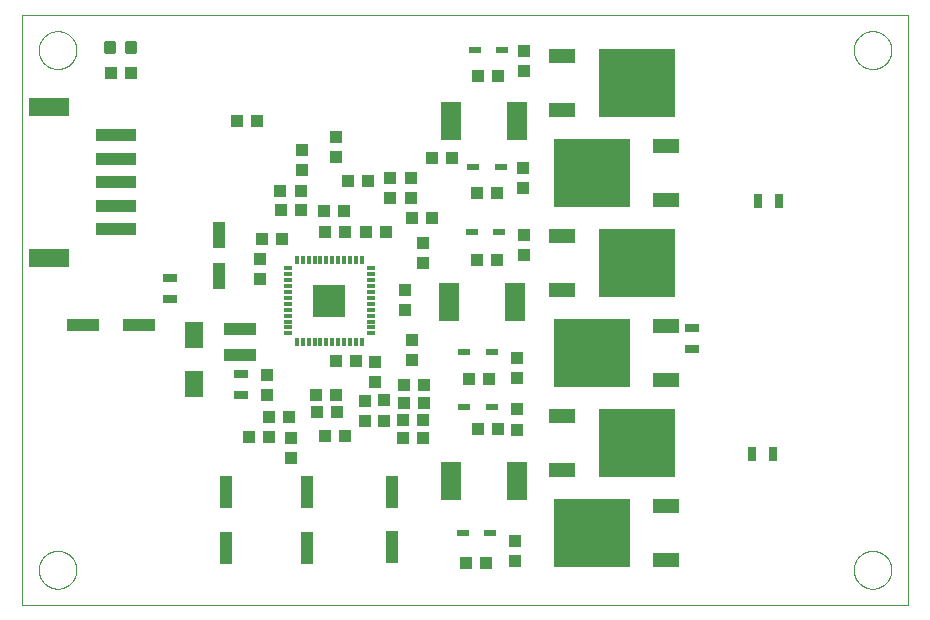
<source format=gtp>
G75*
%MOIN*%
%OFA0B0*%
%FSLAX25Y25*%
%IPPOS*%
%LPD*%
%AMOC8*
5,1,8,0,0,1.08239X$1,22.5*
%
%ADD10C,0.00000*%
%ADD11R,0.03937X0.04331*%
%ADD12R,0.03937X0.11024*%
%ADD13R,0.04331X0.03937*%
%ADD14R,0.03937X0.09055*%
%ADD15R,0.11024X0.03937*%
%ADD16R,0.04724X0.03150*%
%ADD17R,0.03150X0.04724*%
%ADD18R,0.06102X0.08661*%
%ADD19R,0.04232X0.01969*%
%ADD20C,0.01181*%
%ADD21R,0.13780X0.03937*%
%ADD22R,0.13780X0.06299*%
%ADD23R,0.03150X0.01181*%
%ADD24R,0.01181X0.03150*%
%ADD25R,0.10630X0.10630*%
%ADD26R,0.10630X0.03937*%
%ADD27R,0.08661X0.04724*%
%ADD28R,0.25197X0.22835*%
%ADD29R,0.07087X0.12598*%
D10*
X0076394Y0056709D02*
X0076394Y0253559D01*
X0371669Y0253559D01*
X0371669Y0056709D01*
X0076394Y0056709D01*
X0081906Y0068520D02*
X0081908Y0068678D01*
X0081914Y0068836D01*
X0081924Y0068994D01*
X0081938Y0069152D01*
X0081956Y0069309D01*
X0081977Y0069466D01*
X0082003Y0069622D01*
X0082033Y0069778D01*
X0082066Y0069933D01*
X0082104Y0070086D01*
X0082145Y0070239D01*
X0082190Y0070391D01*
X0082239Y0070542D01*
X0082292Y0070691D01*
X0082348Y0070839D01*
X0082408Y0070985D01*
X0082472Y0071130D01*
X0082540Y0071273D01*
X0082611Y0071415D01*
X0082685Y0071555D01*
X0082763Y0071692D01*
X0082845Y0071828D01*
X0082929Y0071962D01*
X0083018Y0072093D01*
X0083109Y0072222D01*
X0083204Y0072349D01*
X0083301Y0072474D01*
X0083402Y0072596D01*
X0083506Y0072715D01*
X0083613Y0072832D01*
X0083723Y0072946D01*
X0083836Y0073057D01*
X0083951Y0073166D01*
X0084069Y0073271D01*
X0084190Y0073373D01*
X0084313Y0073473D01*
X0084439Y0073569D01*
X0084567Y0073662D01*
X0084697Y0073752D01*
X0084830Y0073838D01*
X0084965Y0073922D01*
X0085101Y0074001D01*
X0085240Y0074078D01*
X0085381Y0074150D01*
X0085523Y0074220D01*
X0085667Y0074285D01*
X0085813Y0074347D01*
X0085960Y0074405D01*
X0086109Y0074460D01*
X0086259Y0074511D01*
X0086410Y0074558D01*
X0086562Y0074601D01*
X0086715Y0074640D01*
X0086870Y0074676D01*
X0087025Y0074707D01*
X0087181Y0074735D01*
X0087337Y0074759D01*
X0087494Y0074779D01*
X0087652Y0074795D01*
X0087809Y0074807D01*
X0087968Y0074815D01*
X0088126Y0074819D01*
X0088284Y0074819D01*
X0088442Y0074815D01*
X0088601Y0074807D01*
X0088758Y0074795D01*
X0088916Y0074779D01*
X0089073Y0074759D01*
X0089229Y0074735D01*
X0089385Y0074707D01*
X0089540Y0074676D01*
X0089695Y0074640D01*
X0089848Y0074601D01*
X0090000Y0074558D01*
X0090151Y0074511D01*
X0090301Y0074460D01*
X0090450Y0074405D01*
X0090597Y0074347D01*
X0090743Y0074285D01*
X0090887Y0074220D01*
X0091029Y0074150D01*
X0091170Y0074078D01*
X0091309Y0074001D01*
X0091445Y0073922D01*
X0091580Y0073838D01*
X0091713Y0073752D01*
X0091843Y0073662D01*
X0091971Y0073569D01*
X0092097Y0073473D01*
X0092220Y0073373D01*
X0092341Y0073271D01*
X0092459Y0073166D01*
X0092574Y0073057D01*
X0092687Y0072946D01*
X0092797Y0072832D01*
X0092904Y0072715D01*
X0093008Y0072596D01*
X0093109Y0072474D01*
X0093206Y0072349D01*
X0093301Y0072222D01*
X0093392Y0072093D01*
X0093481Y0071962D01*
X0093565Y0071828D01*
X0093647Y0071692D01*
X0093725Y0071555D01*
X0093799Y0071415D01*
X0093870Y0071273D01*
X0093938Y0071130D01*
X0094002Y0070985D01*
X0094062Y0070839D01*
X0094118Y0070691D01*
X0094171Y0070542D01*
X0094220Y0070391D01*
X0094265Y0070239D01*
X0094306Y0070086D01*
X0094344Y0069933D01*
X0094377Y0069778D01*
X0094407Y0069622D01*
X0094433Y0069466D01*
X0094454Y0069309D01*
X0094472Y0069152D01*
X0094486Y0068994D01*
X0094496Y0068836D01*
X0094502Y0068678D01*
X0094504Y0068520D01*
X0094502Y0068362D01*
X0094496Y0068204D01*
X0094486Y0068046D01*
X0094472Y0067888D01*
X0094454Y0067731D01*
X0094433Y0067574D01*
X0094407Y0067418D01*
X0094377Y0067262D01*
X0094344Y0067107D01*
X0094306Y0066954D01*
X0094265Y0066801D01*
X0094220Y0066649D01*
X0094171Y0066498D01*
X0094118Y0066349D01*
X0094062Y0066201D01*
X0094002Y0066055D01*
X0093938Y0065910D01*
X0093870Y0065767D01*
X0093799Y0065625D01*
X0093725Y0065485D01*
X0093647Y0065348D01*
X0093565Y0065212D01*
X0093481Y0065078D01*
X0093392Y0064947D01*
X0093301Y0064818D01*
X0093206Y0064691D01*
X0093109Y0064566D01*
X0093008Y0064444D01*
X0092904Y0064325D01*
X0092797Y0064208D01*
X0092687Y0064094D01*
X0092574Y0063983D01*
X0092459Y0063874D01*
X0092341Y0063769D01*
X0092220Y0063667D01*
X0092097Y0063567D01*
X0091971Y0063471D01*
X0091843Y0063378D01*
X0091713Y0063288D01*
X0091580Y0063202D01*
X0091445Y0063118D01*
X0091309Y0063039D01*
X0091170Y0062962D01*
X0091029Y0062890D01*
X0090887Y0062820D01*
X0090743Y0062755D01*
X0090597Y0062693D01*
X0090450Y0062635D01*
X0090301Y0062580D01*
X0090151Y0062529D01*
X0090000Y0062482D01*
X0089848Y0062439D01*
X0089695Y0062400D01*
X0089540Y0062364D01*
X0089385Y0062333D01*
X0089229Y0062305D01*
X0089073Y0062281D01*
X0088916Y0062261D01*
X0088758Y0062245D01*
X0088601Y0062233D01*
X0088442Y0062225D01*
X0088284Y0062221D01*
X0088126Y0062221D01*
X0087968Y0062225D01*
X0087809Y0062233D01*
X0087652Y0062245D01*
X0087494Y0062261D01*
X0087337Y0062281D01*
X0087181Y0062305D01*
X0087025Y0062333D01*
X0086870Y0062364D01*
X0086715Y0062400D01*
X0086562Y0062439D01*
X0086410Y0062482D01*
X0086259Y0062529D01*
X0086109Y0062580D01*
X0085960Y0062635D01*
X0085813Y0062693D01*
X0085667Y0062755D01*
X0085523Y0062820D01*
X0085381Y0062890D01*
X0085240Y0062962D01*
X0085101Y0063039D01*
X0084965Y0063118D01*
X0084830Y0063202D01*
X0084697Y0063288D01*
X0084567Y0063378D01*
X0084439Y0063471D01*
X0084313Y0063567D01*
X0084190Y0063667D01*
X0084069Y0063769D01*
X0083951Y0063874D01*
X0083836Y0063983D01*
X0083723Y0064094D01*
X0083613Y0064208D01*
X0083506Y0064325D01*
X0083402Y0064444D01*
X0083301Y0064566D01*
X0083204Y0064691D01*
X0083109Y0064818D01*
X0083018Y0064947D01*
X0082929Y0065078D01*
X0082845Y0065212D01*
X0082763Y0065348D01*
X0082685Y0065485D01*
X0082611Y0065625D01*
X0082540Y0065767D01*
X0082472Y0065910D01*
X0082408Y0066055D01*
X0082348Y0066201D01*
X0082292Y0066349D01*
X0082239Y0066498D01*
X0082190Y0066649D01*
X0082145Y0066801D01*
X0082104Y0066954D01*
X0082066Y0067107D01*
X0082033Y0067262D01*
X0082003Y0067418D01*
X0081977Y0067574D01*
X0081956Y0067731D01*
X0081938Y0067888D01*
X0081924Y0068046D01*
X0081914Y0068204D01*
X0081908Y0068362D01*
X0081906Y0068520D01*
X0081906Y0241748D02*
X0081908Y0241906D01*
X0081914Y0242064D01*
X0081924Y0242222D01*
X0081938Y0242380D01*
X0081956Y0242537D01*
X0081977Y0242694D01*
X0082003Y0242850D01*
X0082033Y0243006D01*
X0082066Y0243161D01*
X0082104Y0243314D01*
X0082145Y0243467D01*
X0082190Y0243619D01*
X0082239Y0243770D01*
X0082292Y0243919D01*
X0082348Y0244067D01*
X0082408Y0244213D01*
X0082472Y0244358D01*
X0082540Y0244501D01*
X0082611Y0244643D01*
X0082685Y0244783D01*
X0082763Y0244920D01*
X0082845Y0245056D01*
X0082929Y0245190D01*
X0083018Y0245321D01*
X0083109Y0245450D01*
X0083204Y0245577D01*
X0083301Y0245702D01*
X0083402Y0245824D01*
X0083506Y0245943D01*
X0083613Y0246060D01*
X0083723Y0246174D01*
X0083836Y0246285D01*
X0083951Y0246394D01*
X0084069Y0246499D01*
X0084190Y0246601D01*
X0084313Y0246701D01*
X0084439Y0246797D01*
X0084567Y0246890D01*
X0084697Y0246980D01*
X0084830Y0247066D01*
X0084965Y0247150D01*
X0085101Y0247229D01*
X0085240Y0247306D01*
X0085381Y0247378D01*
X0085523Y0247448D01*
X0085667Y0247513D01*
X0085813Y0247575D01*
X0085960Y0247633D01*
X0086109Y0247688D01*
X0086259Y0247739D01*
X0086410Y0247786D01*
X0086562Y0247829D01*
X0086715Y0247868D01*
X0086870Y0247904D01*
X0087025Y0247935D01*
X0087181Y0247963D01*
X0087337Y0247987D01*
X0087494Y0248007D01*
X0087652Y0248023D01*
X0087809Y0248035D01*
X0087968Y0248043D01*
X0088126Y0248047D01*
X0088284Y0248047D01*
X0088442Y0248043D01*
X0088601Y0248035D01*
X0088758Y0248023D01*
X0088916Y0248007D01*
X0089073Y0247987D01*
X0089229Y0247963D01*
X0089385Y0247935D01*
X0089540Y0247904D01*
X0089695Y0247868D01*
X0089848Y0247829D01*
X0090000Y0247786D01*
X0090151Y0247739D01*
X0090301Y0247688D01*
X0090450Y0247633D01*
X0090597Y0247575D01*
X0090743Y0247513D01*
X0090887Y0247448D01*
X0091029Y0247378D01*
X0091170Y0247306D01*
X0091309Y0247229D01*
X0091445Y0247150D01*
X0091580Y0247066D01*
X0091713Y0246980D01*
X0091843Y0246890D01*
X0091971Y0246797D01*
X0092097Y0246701D01*
X0092220Y0246601D01*
X0092341Y0246499D01*
X0092459Y0246394D01*
X0092574Y0246285D01*
X0092687Y0246174D01*
X0092797Y0246060D01*
X0092904Y0245943D01*
X0093008Y0245824D01*
X0093109Y0245702D01*
X0093206Y0245577D01*
X0093301Y0245450D01*
X0093392Y0245321D01*
X0093481Y0245190D01*
X0093565Y0245056D01*
X0093647Y0244920D01*
X0093725Y0244783D01*
X0093799Y0244643D01*
X0093870Y0244501D01*
X0093938Y0244358D01*
X0094002Y0244213D01*
X0094062Y0244067D01*
X0094118Y0243919D01*
X0094171Y0243770D01*
X0094220Y0243619D01*
X0094265Y0243467D01*
X0094306Y0243314D01*
X0094344Y0243161D01*
X0094377Y0243006D01*
X0094407Y0242850D01*
X0094433Y0242694D01*
X0094454Y0242537D01*
X0094472Y0242380D01*
X0094486Y0242222D01*
X0094496Y0242064D01*
X0094502Y0241906D01*
X0094504Y0241748D01*
X0094502Y0241590D01*
X0094496Y0241432D01*
X0094486Y0241274D01*
X0094472Y0241116D01*
X0094454Y0240959D01*
X0094433Y0240802D01*
X0094407Y0240646D01*
X0094377Y0240490D01*
X0094344Y0240335D01*
X0094306Y0240182D01*
X0094265Y0240029D01*
X0094220Y0239877D01*
X0094171Y0239726D01*
X0094118Y0239577D01*
X0094062Y0239429D01*
X0094002Y0239283D01*
X0093938Y0239138D01*
X0093870Y0238995D01*
X0093799Y0238853D01*
X0093725Y0238713D01*
X0093647Y0238576D01*
X0093565Y0238440D01*
X0093481Y0238306D01*
X0093392Y0238175D01*
X0093301Y0238046D01*
X0093206Y0237919D01*
X0093109Y0237794D01*
X0093008Y0237672D01*
X0092904Y0237553D01*
X0092797Y0237436D01*
X0092687Y0237322D01*
X0092574Y0237211D01*
X0092459Y0237102D01*
X0092341Y0236997D01*
X0092220Y0236895D01*
X0092097Y0236795D01*
X0091971Y0236699D01*
X0091843Y0236606D01*
X0091713Y0236516D01*
X0091580Y0236430D01*
X0091445Y0236346D01*
X0091309Y0236267D01*
X0091170Y0236190D01*
X0091029Y0236118D01*
X0090887Y0236048D01*
X0090743Y0235983D01*
X0090597Y0235921D01*
X0090450Y0235863D01*
X0090301Y0235808D01*
X0090151Y0235757D01*
X0090000Y0235710D01*
X0089848Y0235667D01*
X0089695Y0235628D01*
X0089540Y0235592D01*
X0089385Y0235561D01*
X0089229Y0235533D01*
X0089073Y0235509D01*
X0088916Y0235489D01*
X0088758Y0235473D01*
X0088601Y0235461D01*
X0088442Y0235453D01*
X0088284Y0235449D01*
X0088126Y0235449D01*
X0087968Y0235453D01*
X0087809Y0235461D01*
X0087652Y0235473D01*
X0087494Y0235489D01*
X0087337Y0235509D01*
X0087181Y0235533D01*
X0087025Y0235561D01*
X0086870Y0235592D01*
X0086715Y0235628D01*
X0086562Y0235667D01*
X0086410Y0235710D01*
X0086259Y0235757D01*
X0086109Y0235808D01*
X0085960Y0235863D01*
X0085813Y0235921D01*
X0085667Y0235983D01*
X0085523Y0236048D01*
X0085381Y0236118D01*
X0085240Y0236190D01*
X0085101Y0236267D01*
X0084965Y0236346D01*
X0084830Y0236430D01*
X0084697Y0236516D01*
X0084567Y0236606D01*
X0084439Y0236699D01*
X0084313Y0236795D01*
X0084190Y0236895D01*
X0084069Y0236997D01*
X0083951Y0237102D01*
X0083836Y0237211D01*
X0083723Y0237322D01*
X0083613Y0237436D01*
X0083506Y0237553D01*
X0083402Y0237672D01*
X0083301Y0237794D01*
X0083204Y0237919D01*
X0083109Y0238046D01*
X0083018Y0238175D01*
X0082929Y0238306D01*
X0082845Y0238440D01*
X0082763Y0238576D01*
X0082685Y0238713D01*
X0082611Y0238853D01*
X0082540Y0238995D01*
X0082472Y0239138D01*
X0082408Y0239283D01*
X0082348Y0239429D01*
X0082292Y0239577D01*
X0082239Y0239726D01*
X0082190Y0239877D01*
X0082145Y0240029D01*
X0082104Y0240182D01*
X0082066Y0240335D01*
X0082033Y0240490D01*
X0082003Y0240646D01*
X0081977Y0240802D01*
X0081956Y0240959D01*
X0081938Y0241116D01*
X0081924Y0241274D01*
X0081914Y0241432D01*
X0081908Y0241590D01*
X0081906Y0241748D01*
X0353559Y0241748D02*
X0353561Y0241906D01*
X0353567Y0242064D01*
X0353577Y0242222D01*
X0353591Y0242380D01*
X0353609Y0242537D01*
X0353630Y0242694D01*
X0353656Y0242850D01*
X0353686Y0243006D01*
X0353719Y0243161D01*
X0353757Y0243314D01*
X0353798Y0243467D01*
X0353843Y0243619D01*
X0353892Y0243770D01*
X0353945Y0243919D01*
X0354001Y0244067D01*
X0354061Y0244213D01*
X0354125Y0244358D01*
X0354193Y0244501D01*
X0354264Y0244643D01*
X0354338Y0244783D01*
X0354416Y0244920D01*
X0354498Y0245056D01*
X0354582Y0245190D01*
X0354671Y0245321D01*
X0354762Y0245450D01*
X0354857Y0245577D01*
X0354954Y0245702D01*
X0355055Y0245824D01*
X0355159Y0245943D01*
X0355266Y0246060D01*
X0355376Y0246174D01*
X0355489Y0246285D01*
X0355604Y0246394D01*
X0355722Y0246499D01*
X0355843Y0246601D01*
X0355966Y0246701D01*
X0356092Y0246797D01*
X0356220Y0246890D01*
X0356350Y0246980D01*
X0356483Y0247066D01*
X0356618Y0247150D01*
X0356754Y0247229D01*
X0356893Y0247306D01*
X0357034Y0247378D01*
X0357176Y0247448D01*
X0357320Y0247513D01*
X0357466Y0247575D01*
X0357613Y0247633D01*
X0357762Y0247688D01*
X0357912Y0247739D01*
X0358063Y0247786D01*
X0358215Y0247829D01*
X0358368Y0247868D01*
X0358523Y0247904D01*
X0358678Y0247935D01*
X0358834Y0247963D01*
X0358990Y0247987D01*
X0359147Y0248007D01*
X0359305Y0248023D01*
X0359462Y0248035D01*
X0359621Y0248043D01*
X0359779Y0248047D01*
X0359937Y0248047D01*
X0360095Y0248043D01*
X0360254Y0248035D01*
X0360411Y0248023D01*
X0360569Y0248007D01*
X0360726Y0247987D01*
X0360882Y0247963D01*
X0361038Y0247935D01*
X0361193Y0247904D01*
X0361348Y0247868D01*
X0361501Y0247829D01*
X0361653Y0247786D01*
X0361804Y0247739D01*
X0361954Y0247688D01*
X0362103Y0247633D01*
X0362250Y0247575D01*
X0362396Y0247513D01*
X0362540Y0247448D01*
X0362682Y0247378D01*
X0362823Y0247306D01*
X0362962Y0247229D01*
X0363098Y0247150D01*
X0363233Y0247066D01*
X0363366Y0246980D01*
X0363496Y0246890D01*
X0363624Y0246797D01*
X0363750Y0246701D01*
X0363873Y0246601D01*
X0363994Y0246499D01*
X0364112Y0246394D01*
X0364227Y0246285D01*
X0364340Y0246174D01*
X0364450Y0246060D01*
X0364557Y0245943D01*
X0364661Y0245824D01*
X0364762Y0245702D01*
X0364859Y0245577D01*
X0364954Y0245450D01*
X0365045Y0245321D01*
X0365134Y0245190D01*
X0365218Y0245056D01*
X0365300Y0244920D01*
X0365378Y0244783D01*
X0365452Y0244643D01*
X0365523Y0244501D01*
X0365591Y0244358D01*
X0365655Y0244213D01*
X0365715Y0244067D01*
X0365771Y0243919D01*
X0365824Y0243770D01*
X0365873Y0243619D01*
X0365918Y0243467D01*
X0365959Y0243314D01*
X0365997Y0243161D01*
X0366030Y0243006D01*
X0366060Y0242850D01*
X0366086Y0242694D01*
X0366107Y0242537D01*
X0366125Y0242380D01*
X0366139Y0242222D01*
X0366149Y0242064D01*
X0366155Y0241906D01*
X0366157Y0241748D01*
X0366155Y0241590D01*
X0366149Y0241432D01*
X0366139Y0241274D01*
X0366125Y0241116D01*
X0366107Y0240959D01*
X0366086Y0240802D01*
X0366060Y0240646D01*
X0366030Y0240490D01*
X0365997Y0240335D01*
X0365959Y0240182D01*
X0365918Y0240029D01*
X0365873Y0239877D01*
X0365824Y0239726D01*
X0365771Y0239577D01*
X0365715Y0239429D01*
X0365655Y0239283D01*
X0365591Y0239138D01*
X0365523Y0238995D01*
X0365452Y0238853D01*
X0365378Y0238713D01*
X0365300Y0238576D01*
X0365218Y0238440D01*
X0365134Y0238306D01*
X0365045Y0238175D01*
X0364954Y0238046D01*
X0364859Y0237919D01*
X0364762Y0237794D01*
X0364661Y0237672D01*
X0364557Y0237553D01*
X0364450Y0237436D01*
X0364340Y0237322D01*
X0364227Y0237211D01*
X0364112Y0237102D01*
X0363994Y0236997D01*
X0363873Y0236895D01*
X0363750Y0236795D01*
X0363624Y0236699D01*
X0363496Y0236606D01*
X0363366Y0236516D01*
X0363233Y0236430D01*
X0363098Y0236346D01*
X0362962Y0236267D01*
X0362823Y0236190D01*
X0362682Y0236118D01*
X0362540Y0236048D01*
X0362396Y0235983D01*
X0362250Y0235921D01*
X0362103Y0235863D01*
X0361954Y0235808D01*
X0361804Y0235757D01*
X0361653Y0235710D01*
X0361501Y0235667D01*
X0361348Y0235628D01*
X0361193Y0235592D01*
X0361038Y0235561D01*
X0360882Y0235533D01*
X0360726Y0235509D01*
X0360569Y0235489D01*
X0360411Y0235473D01*
X0360254Y0235461D01*
X0360095Y0235453D01*
X0359937Y0235449D01*
X0359779Y0235449D01*
X0359621Y0235453D01*
X0359462Y0235461D01*
X0359305Y0235473D01*
X0359147Y0235489D01*
X0358990Y0235509D01*
X0358834Y0235533D01*
X0358678Y0235561D01*
X0358523Y0235592D01*
X0358368Y0235628D01*
X0358215Y0235667D01*
X0358063Y0235710D01*
X0357912Y0235757D01*
X0357762Y0235808D01*
X0357613Y0235863D01*
X0357466Y0235921D01*
X0357320Y0235983D01*
X0357176Y0236048D01*
X0357034Y0236118D01*
X0356893Y0236190D01*
X0356754Y0236267D01*
X0356618Y0236346D01*
X0356483Y0236430D01*
X0356350Y0236516D01*
X0356220Y0236606D01*
X0356092Y0236699D01*
X0355966Y0236795D01*
X0355843Y0236895D01*
X0355722Y0236997D01*
X0355604Y0237102D01*
X0355489Y0237211D01*
X0355376Y0237322D01*
X0355266Y0237436D01*
X0355159Y0237553D01*
X0355055Y0237672D01*
X0354954Y0237794D01*
X0354857Y0237919D01*
X0354762Y0238046D01*
X0354671Y0238175D01*
X0354582Y0238306D01*
X0354498Y0238440D01*
X0354416Y0238576D01*
X0354338Y0238713D01*
X0354264Y0238853D01*
X0354193Y0238995D01*
X0354125Y0239138D01*
X0354061Y0239283D01*
X0354001Y0239429D01*
X0353945Y0239577D01*
X0353892Y0239726D01*
X0353843Y0239877D01*
X0353798Y0240029D01*
X0353757Y0240182D01*
X0353719Y0240335D01*
X0353686Y0240490D01*
X0353656Y0240646D01*
X0353630Y0240802D01*
X0353609Y0240959D01*
X0353591Y0241116D01*
X0353577Y0241274D01*
X0353567Y0241432D01*
X0353561Y0241590D01*
X0353559Y0241748D01*
X0353559Y0068520D02*
X0353561Y0068678D01*
X0353567Y0068836D01*
X0353577Y0068994D01*
X0353591Y0069152D01*
X0353609Y0069309D01*
X0353630Y0069466D01*
X0353656Y0069622D01*
X0353686Y0069778D01*
X0353719Y0069933D01*
X0353757Y0070086D01*
X0353798Y0070239D01*
X0353843Y0070391D01*
X0353892Y0070542D01*
X0353945Y0070691D01*
X0354001Y0070839D01*
X0354061Y0070985D01*
X0354125Y0071130D01*
X0354193Y0071273D01*
X0354264Y0071415D01*
X0354338Y0071555D01*
X0354416Y0071692D01*
X0354498Y0071828D01*
X0354582Y0071962D01*
X0354671Y0072093D01*
X0354762Y0072222D01*
X0354857Y0072349D01*
X0354954Y0072474D01*
X0355055Y0072596D01*
X0355159Y0072715D01*
X0355266Y0072832D01*
X0355376Y0072946D01*
X0355489Y0073057D01*
X0355604Y0073166D01*
X0355722Y0073271D01*
X0355843Y0073373D01*
X0355966Y0073473D01*
X0356092Y0073569D01*
X0356220Y0073662D01*
X0356350Y0073752D01*
X0356483Y0073838D01*
X0356618Y0073922D01*
X0356754Y0074001D01*
X0356893Y0074078D01*
X0357034Y0074150D01*
X0357176Y0074220D01*
X0357320Y0074285D01*
X0357466Y0074347D01*
X0357613Y0074405D01*
X0357762Y0074460D01*
X0357912Y0074511D01*
X0358063Y0074558D01*
X0358215Y0074601D01*
X0358368Y0074640D01*
X0358523Y0074676D01*
X0358678Y0074707D01*
X0358834Y0074735D01*
X0358990Y0074759D01*
X0359147Y0074779D01*
X0359305Y0074795D01*
X0359462Y0074807D01*
X0359621Y0074815D01*
X0359779Y0074819D01*
X0359937Y0074819D01*
X0360095Y0074815D01*
X0360254Y0074807D01*
X0360411Y0074795D01*
X0360569Y0074779D01*
X0360726Y0074759D01*
X0360882Y0074735D01*
X0361038Y0074707D01*
X0361193Y0074676D01*
X0361348Y0074640D01*
X0361501Y0074601D01*
X0361653Y0074558D01*
X0361804Y0074511D01*
X0361954Y0074460D01*
X0362103Y0074405D01*
X0362250Y0074347D01*
X0362396Y0074285D01*
X0362540Y0074220D01*
X0362682Y0074150D01*
X0362823Y0074078D01*
X0362962Y0074001D01*
X0363098Y0073922D01*
X0363233Y0073838D01*
X0363366Y0073752D01*
X0363496Y0073662D01*
X0363624Y0073569D01*
X0363750Y0073473D01*
X0363873Y0073373D01*
X0363994Y0073271D01*
X0364112Y0073166D01*
X0364227Y0073057D01*
X0364340Y0072946D01*
X0364450Y0072832D01*
X0364557Y0072715D01*
X0364661Y0072596D01*
X0364762Y0072474D01*
X0364859Y0072349D01*
X0364954Y0072222D01*
X0365045Y0072093D01*
X0365134Y0071962D01*
X0365218Y0071828D01*
X0365300Y0071692D01*
X0365378Y0071555D01*
X0365452Y0071415D01*
X0365523Y0071273D01*
X0365591Y0071130D01*
X0365655Y0070985D01*
X0365715Y0070839D01*
X0365771Y0070691D01*
X0365824Y0070542D01*
X0365873Y0070391D01*
X0365918Y0070239D01*
X0365959Y0070086D01*
X0365997Y0069933D01*
X0366030Y0069778D01*
X0366060Y0069622D01*
X0366086Y0069466D01*
X0366107Y0069309D01*
X0366125Y0069152D01*
X0366139Y0068994D01*
X0366149Y0068836D01*
X0366155Y0068678D01*
X0366157Y0068520D01*
X0366155Y0068362D01*
X0366149Y0068204D01*
X0366139Y0068046D01*
X0366125Y0067888D01*
X0366107Y0067731D01*
X0366086Y0067574D01*
X0366060Y0067418D01*
X0366030Y0067262D01*
X0365997Y0067107D01*
X0365959Y0066954D01*
X0365918Y0066801D01*
X0365873Y0066649D01*
X0365824Y0066498D01*
X0365771Y0066349D01*
X0365715Y0066201D01*
X0365655Y0066055D01*
X0365591Y0065910D01*
X0365523Y0065767D01*
X0365452Y0065625D01*
X0365378Y0065485D01*
X0365300Y0065348D01*
X0365218Y0065212D01*
X0365134Y0065078D01*
X0365045Y0064947D01*
X0364954Y0064818D01*
X0364859Y0064691D01*
X0364762Y0064566D01*
X0364661Y0064444D01*
X0364557Y0064325D01*
X0364450Y0064208D01*
X0364340Y0064094D01*
X0364227Y0063983D01*
X0364112Y0063874D01*
X0363994Y0063769D01*
X0363873Y0063667D01*
X0363750Y0063567D01*
X0363624Y0063471D01*
X0363496Y0063378D01*
X0363366Y0063288D01*
X0363233Y0063202D01*
X0363098Y0063118D01*
X0362962Y0063039D01*
X0362823Y0062962D01*
X0362682Y0062890D01*
X0362540Y0062820D01*
X0362396Y0062755D01*
X0362250Y0062693D01*
X0362103Y0062635D01*
X0361954Y0062580D01*
X0361804Y0062529D01*
X0361653Y0062482D01*
X0361501Y0062439D01*
X0361348Y0062400D01*
X0361193Y0062364D01*
X0361038Y0062333D01*
X0360882Y0062305D01*
X0360726Y0062281D01*
X0360569Y0062261D01*
X0360411Y0062245D01*
X0360254Y0062233D01*
X0360095Y0062225D01*
X0359937Y0062221D01*
X0359779Y0062221D01*
X0359621Y0062225D01*
X0359462Y0062233D01*
X0359305Y0062245D01*
X0359147Y0062261D01*
X0358990Y0062281D01*
X0358834Y0062305D01*
X0358678Y0062333D01*
X0358523Y0062364D01*
X0358368Y0062400D01*
X0358215Y0062439D01*
X0358063Y0062482D01*
X0357912Y0062529D01*
X0357762Y0062580D01*
X0357613Y0062635D01*
X0357466Y0062693D01*
X0357320Y0062755D01*
X0357176Y0062820D01*
X0357034Y0062890D01*
X0356893Y0062962D01*
X0356754Y0063039D01*
X0356618Y0063118D01*
X0356483Y0063202D01*
X0356350Y0063288D01*
X0356220Y0063378D01*
X0356092Y0063471D01*
X0355966Y0063567D01*
X0355843Y0063667D01*
X0355722Y0063769D01*
X0355604Y0063874D01*
X0355489Y0063983D01*
X0355376Y0064094D01*
X0355266Y0064208D01*
X0355159Y0064325D01*
X0355055Y0064444D01*
X0354954Y0064566D01*
X0354857Y0064691D01*
X0354762Y0064818D01*
X0354671Y0064947D01*
X0354582Y0065078D01*
X0354498Y0065212D01*
X0354416Y0065348D01*
X0354338Y0065485D01*
X0354264Y0065625D01*
X0354193Y0065767D01*
X0354125Y0065910D01*
X0354061Y0066055D01*
X0354001Y0066201D01*
X0353945Y0066349D01*
X0353892Y0066498D01*
X0353843Y0066649D01*
X0353798Y0066801D01*
X0353757Y0066954D01*
X0353719Y0067107D01*
X0353686Y0067262D01*
X0353656Y0067418D01*
X0353630Y0067574D01*
X0353609Y0067731D01*
X0353591Y0067888D01*
X0353577Y0068046D01*
X0353567Y0068204D01*
X0353561Y0068362D01*
X0353559Y0068520D01*
D11*
X0240776Y0071299D03*
X0240776Y0077992D03*
X0241276Y0115268D03*
X0241276Y0121961D03*
X0241276Y0132299D03*
X0241276Y0138992D03*
X0206472Y0138520D03*
X0206472Y0145213D03*
X0204110Y0155094D03*
X0204110Y0161787D03*
X0210094Y0170882D03*
X0210094Y0177575D03*
X0206157Y0192339D03*
X0206157Y0199031D03*
X0198992Y0198992D03*
X0198992Y0192299D03*
X0180961Y0206197D03*
X0180961Y0212890D03*
X0169543Y0208362D03*
X0169543Y0201669D03*
X0155764Y0172024D03*
X0155764Y0165331D03*
X0193953Y0137890D03*
X0193953Y0131197D03*
X0197024Y0124976D03*
X0190724Y0124661D03*
X0190724Y0117969D03*
X0197024Y0118283D03*
X0165921Y0112575D03*
X0165921Y0105882D03*
X0158047Y0126787D03*
X0158047Y0133480D03*
X0243776Y0173299D03*
X0243776Y0179992D03*
X0243276Y0195799D03*
X0243276Y0202492D03*
X0243776Y0234799D03*
X0243776Y0241492D03*
D12*
X0199701Y0094465D03*
X0171433Y0094386D03*
X0144504Y0094307D03*
X0144504Y0075803D03*
X0171433Y0075882D03*
X0199701Y0075961D03*
D13*
X0224429Y0070646D03*
X0231122Y0070646D03*
X0210134Y0112417D03*
X0203441Y0112417D03*
X0203402Y0118323D03*
X0210094Y0118323D03*
X0210252Y0124189D03*
X0203559Y0124189D03*
X0203598Y0130094D03*
X0210291Y0130094D03*
X0225429Y0132146D03*
X0232122Y0132146D03*
X0234878Y0115295D03*
X0228185Y0115295D03*
X0183913Y0113165D03*
X0177220Y0113165D03*
X0174622Y0121118D03*
X0174425Y0126906D03*
X0181118Y0126906D03*
X0181315Y0121118D03*
X0165370Y0119465D03*
X0158677Y0119465D03*
X0158795Y0112850D03*
X0152102Y0112850D03*
X0181000Y0138047D03*
X0187693Y0138047D03*
X0227929Y0171646D03*
X0234622Y0171646D03*
X0213087Y0185646D03*
X0206394Y0185646D03*
X0197614Y0181276D03*
X0190921Y0181276D03*
X0183874Y0181276D03*
X0177181Y0181276D03*
X0177024Y0188047D03*
X0183717Y0188047D03*
X0185134Y0198283D03*
X0191827Y0198283D03*
X0212969Y0205685D03*
X0219661Y0205685D03*
X0227929Y0194146D03*
X0234622Y0194146D03*
X0235122Y0233146D03*
X0228429Y0233146D03*
X0169189Y0194740D03*
X0162496Y0194740D03*
X0162575Y0188323D03*
X0169268Y0188323D03*
X0162929Y0178913D03*
X0156236Y0178913D03*
X0154701Y0218283D03*
X0148008Y0218283D03*
X0112575Y0234071D03*
X0105882Y0234071D03*
D14*
X0142102Y0180055D03*
X0142102Y0166571D03*
D15*
X0115291Y0150252D03*
X0096787Y0150252D03*
D16*
X0125646Y0158795D03*
X0125646Y0165882D03*
X0149189Y0133913D03*
X0149189Y0126827D03*
X0299583Y0142063D03*
X0299583Y0149150D03*
D17*
X0319701Y0107063D03*
X0326787Y0107063D03*
X0328795Y0191315D03*
X0321709Y0191315D03*
D18*
X0133835Y0146630D03*
X0133835Y0130488D03*
D19*
X0223701Y0122933D03*
X0232850Y0122933D03*
X0232850Y0141146D03*
X0223701Y0141146D03*
X0226201Y0181146D03*
X0235350Y0181146D03*
X0235850Y0202646D03*
X0226701Y0202646D03*
X0227201Y0241646D03*
X0236350Y0241646D03*
X0232350Y0080646D03*
X0223201Y0080646D03*
D20*
X0111185Y0241276D02*
X0111185Y0244032D01*
X0113941Y0244032D01*
X0113941Y0241276D01*
X0111185Y0241276D01*
X0111185Y0242456D02*
X0113941Y0242456D01*
X0113941Y0243636D02*
X0111185Y0243636D01*
X0104279Y0244032D02*
X0104279Y0241276D01*
X0104279Y0244032D02*
X0107035Y0244032D01*
X0107035Y0241276D01*
X0104279Y0241276D01*
X0104279Y0242456D02*
X0107035Y0242456D01*
X0107035Y0243636D02*
X0104279Y0243636D01*
D21*
X0107732Y0213480D03*
X0107732Y0205606D03*
X0107732Y0197732D03*
X0107732Y0189858D03*
X0107732Y0181984D03*
D22*
X0085291Y0172535D03*
X0085291Y0222929D03*
D23*
X0164996Y0168972D03*
X0164996Y0167004D03*
X0164996Y0165035D03*
X0164996Y0163067D03*
X0164996Y0161098D03*
X0164996Y0159130D03*
X0164996Y0157161D03*
X0164996Y0155193D03*
X0164996Y0153224D03*
X0164996Y0151256D03*
X0164996Y0149287D03*
X0164996Y0147319D03*
X0192555Y0147319D03*
X0192555Y0149287D03*
X0192555Y0151256D03*
X0192555Y0153224D03*
X0192555Y0155193D03*
X0192555Y0157161D03*
X0192555Y0159130D03*
X0192555Y0161098D03*
X0192555Y0163067D03*
X0192555Y0165035D03*
X0192555Y0167004D03*
X0192555Y0168972D03*
D24*
X0189602Y0171925D03*
X0187634Y0171925D03*
X0185665Y0171925D03*
X0183697Y0171925D03*
X0181728Y0171925D03*
X0179760Y0171925D03*
X0177791Y0171925D03*
X0175823Y0171925D03*
X0173854Y0171925D03*
X0171886Y0171925D03*
X0169917Y0171925D03*
X0167949Y0171925D03*
X0167949Y0144366D03*
X0169917Y0144366D03*
X0171886Y0144366D03*
X0173854Y0144366D03*
X0175823Y0144366D03*
X0177791Y0144366D03*
X0179760Y0144366D03*
X0181728Y0144366D03*
X0183697Y0144366D03*
X0185665Y0144366D03*
X0187634Y0144366D03*
X0189602Y0144366D03*
D25*
X0178776Y0158146D03*
D26*
X0148992Y0148677D03*
X0148992Y0140016D03*
D27*
X0256472Y0119622D03*
X0256472Y0101669D03*
X0291079Y0089622D03*
X0291079Y0071669D03*
X0291079Y0131669D03*
X0291079Y0149622D03*
X0256472Y0161669D03*
X0256472Y0179622D03*
X0291079Y0191669D03*
X0291079Y0209622D03*
X0256472Y0221669D03*
X0256472Y0239622D03*
D28*
X0281276Y0230646D03*
X0266276Y0200646D03*
X0281276Y0170646D03*
X0266276Y0140646D03*
X0281276Y0110646D03*
X0266276Y0080646D03*
D29*
X0241299Y0098146D03*
X0219252Y0098146D03*
X0218752Y0157646D03*
X0240799Y0157646D03*
X0241299Y0218146D03*
X0219252Y0218146D03*
M02*

</source>
